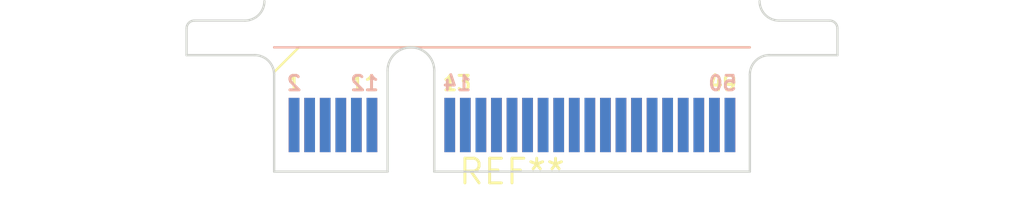
<source format=kicad_pcb>
(kicad_pcb (version 20240108) (generator pcbnew)
  (layers (0 "F.Cu" signal) (31 "B.Cu" signal) (34 "B.Paste" user) (35 "F.Paste" user) (36 "B.SilkS" user "B.Silkscreen") (37 "F.SilkS" user "F.Silkscreen") (38 "B.Mask" user) (39 "F.Mask" user) (44 "Edge.Cuts" user))
  (net 0 "")
  (footprint "Samtec_HSEC8-125-X-X-DV-BL_2x25_P0.8mm_Edge" (layer "F.Cu") (at 0 0)
    (property "Reference" "REF**")
    (property "Value" "Samtec_HSEC8-125-X-X-DV-BL_2x25_P0.8mm_Edge")
    (fp_line (start -12.225 -6.4) (end -12.225 -6.4) (layer "B.SilkS") (stroke (width 0.12)))
    (fp_line (start -12.225 -6.4) (end 12.225 -6.4) (layer "B.SilkS") (stroke (width 0.12)))
    (fp_line (start -12.225 -5.13) (end -10.955 -6.4) (layer "F.SilkS") (stroke (width 0.12)))
    (fp_line (start -10.955 -6.4) (end 12.225 -6.4) (layer "F.SilkS") (stroke (width 0.12)))
    (fp_line (start -16.725 -6) (end -16.725 -7.38) (layer "Edge.Cuts") (stroke (width 0.12)))
    (fp_line (start -16.325 -7.78) (end -13.725 -7.78) (layer "Edge.Cuts") (stroke (width 0.12)))
    (fp_line (start -13.225 -6) (end -16.725 -6) (layer "Edge.Cuts") (stroke (width 0.12)))
    (fp_line (start -12.225 -5) (end -12.225 0) (layer "Edge.Cuts") (stroke (width 0.12)))
    (fp_line (start -12.225 0) (end -6.395 0) (layer "Edge.Cuts") (stroke (width 0.12)))
    (fp_line (start -6.395 0) (end -6.395 -5.2) (layer "Edge.Cuts") (stroke (width 0.12)))
    (fp_line (start -3.995 -5.2) (end -3.995 0) (layer "Edge.Cuts") (stroke (width 0.12)))
    (fp_line (start -3.995 0) (end 12.225 0) (layer "Edge.Cuts") (stroke (width 0.12)))
    (fp_line (start 12.225 0) (end 12.225 -5) (layer "Edge.Cuts") (stroke (width 0.12)))
    (fp_line (start 13.225 -6) (end 16.725 -6) (layer "Edge.Cuts") (stroke (width 0.12)))
    (fp_line (start 16.325 -7.78) (end 13.725 -7.78) (layer "Edge.Cuts") (stroke (width 0.12)))
    (fp_line (start 16.725 -6) (end 16.725 -7.38) (layer "Edge.Cuts") (stroke (width 0.12)))
    (fp_arc (start -16.725 -7.38) (mid -16.607843 -7.662843) (end -16.325 -7.78) (layer "Edge.Cuts") (stroke (width 0.12)))
    (fp_arc (start -13.225 -6) (mid -12.517893 -5.707107) (end -12.225 -5) (layer "Edge.Cuts") (stroke (width 0.12)))
    (fp_arc (start -12.725 -8.78) (mid -13.017893 -8.072893) (end -13.725 -7.78) (layer "Edge.Cuts") (stroke (width 0.12)))
    (fp_arc (start -6.395 -5.2) (mid -5.195 -6.4) (end -3.995 -5.2) (layer "Edge.Cuts") (stroke (width 0.12)))
    (fp_arc (start 12.225 -5) (mid 12.517893 -5.707107) (end 13.225 -6) (layer "Edge.Cuts") (stroke (width 0.12)))
    (fp_arc (start 13.725 -7.78) (mid 13.017893 -8.072893) (end 12.725 -8.78) (layer "Edge.Cuts") (stroke (width 0.12)))
    (fp_arc (start 16.325 -7.78) (mid 16.607843 -7.662843) (end 16.725 -7.38) (layer "Edge.Cuts") (stroke (width 0.12)))
    (fp_text user "50" (at 10.825 -4.55 0) (layer "B.SilkS") (effects (font (size 0.75 0.75)) (justify mirror)))
    (fp_text user "14" (at -2.825 -4.55 0) (layer "B.SilkS") (effects (font (size 0.75 0.75)) (justify mirror)))
    (fp_text user "2" (at -11.2 -4.55 0) (layer "B.SilkS") (effects (font (size 0.75 0.75)) (justify mirror)))
    (fp_text user "12" (at -7.575 -4.55 0) (layer "B.SilkS") (effects (font (size 0.75 0.75)) (justify mirror)))
    (fp_text user "49" (at 10.825 -4.55 0) (layer "F.SilkS") (effects (font (size 0.75 0.75))))
    (fp_text user "13" (at -2.825 -4.55 0) (layer "F.SilkS") (effects (font (size 0.75 0.75))))
    (fp_text user "11" (at -7.575 -4.55 0) (layer "F.SilkS") (effects (font (size 0.75 0.75))))
    (fp_text user "1" (at -11.2 -4.55 0) (layer "F.SilkS") (effects (font (size 0.75 0.75))))
    (pad "1" connect rect (at -11.2 -2.4) (size 0.55 2.8) (layers "F.Cu" "F.Mask"))
    (pad "2" connect rect (at -11.2 -2.4) (size 0.55 2.8) (layers "B.Cu" "B.Mask"))
    (pad "3" connect rect (at -10.4 -2.4) (size 0.55 2.8) (layers "F.Cu" "F.Mask"))
    (pad "4" connect rect (at -10.4 -2.4) (size 0.55 2.8) (layers "B.Cu" "B.Mask"))
    (pad "5" connect rect (at -9.6 -2.4) (size 0.55 2.8) (layers "F.Cu" "F.Mask"))
    (pad "6" connect rect (at -9.6 -2.4) (size 0.55 2.8) (layers "B.Cu" "B.Mask"))
    (pad "7" connect rect (at -8.8 -2.4) (size 0.55 2.8) (layers "F.Cu" "F.Mask"))
    (pad "8" connect rect (at -8.8 -2.4) (size 0.55 2.8) (layers "B.Cu" "B.Mask"))
    (pad "9" connect rect (at -8 -2.4) (size 0.55 2.8) (layers "F.Cu" "F.Mask"))
    (pad "10" connect rect (at -8 -2.4) (size 0.55 2.8) (layers "B.Cu" "B.Mask"))
    (pad "11" connect rect (at -7.2 -2.4) (size 0.55 2.8) (layers "F.Cu" "F.Mask"))
    (pad "12" connect rect (at -7.2 -2.4) (size 0.55 2.8) (layers "B.Cu" "B.Mask"))
    (pad "13" connect rect (at -3.2 -2.4) (size 0.55 2.8) (layers "F.Cu" "F.Mask"))
    (pad "14" connect rect (at -3.2 -2.4) (size 0.55 2.8) (layers "B.Cu" "B.Mask"))
    (pad "15" connect rect (at -2.4 -2.4) (size 0.55 2.8) (layers "F.Cu" "F.Mask"))
    (pad "16" connect rect (at -2.4 -2.4) (size 0.55 2.8) (layers "B.Cu" "B.Mask"))
    (pad "17" connect rect (at -1.6 -2.4) (size 0.55 2.8) (layers "F.Cu" "F.Mask"))
    (pad "18" connect rect (at -1.6 -2.4) (size 0.55 2.8) (layers "B.Cu" "B.Mask"))
    (pad "19" connect rect (at -0.8 -2.4) (size 0.55 2.8) (layers "F.Cu" "F.Mask"))
    (pad "20" connect rect (at -0.8 -2.4) (size 0.55 2.8) (layers "B.Cu" "B.Mask"))
    (pad "21" connect rect (at 0 -2.4) (size 0.55 2.8) (layers "F.Cu" "F.Mask"))
    (pad "22" connect rect (at 0 -2.4) (size 0.55 2.8) (layers "B.Cu" "B.Mask"))
    (pad "23" connect rect (at 0.8 -2.4) (size 0.55 2.8) (layers "F.Cu" "F.Mask"))
    (pad "24" connect rect (at 0.8 -2.4) (size 0.55 2.8) (layers "B.Cu" "B.Mask"))
    (pad "25" connect rect (at 1.6 -2.4) (size 0.55 2.8) (layers "F.Cu" "F.Mask"))
    (pad "26" connect rect (at 1.6 -2.4) (size 0.55 2.8) (layers "B.Cu" "B.Mask"))
    (pad "27" connect rect (at 2.4 -2.4) (size 0.55 2.8) (layers "F.Cu" "F.Mask"))
    (pad "28" connect rect (at 2.4 -2.4) (size 0.55 2.8) (layers "B.Cu" "B.Mask"))
    (pad "29" connect rect (at 3.2 -2.4) (size 0.55 2.8) (layers "F.Cu" "F.Mask"))
    (pad "30" connect rect (at 3.2 -2.4) (size 0.55 2.8) (layers "B.Cu" "B.Mask"))
    (pad "31" connect rect (at 4 -2.4) (size 0.55 2.8) (layers "F.Cu" "F.Mask"))
    (pad "32" connect rect (at 4 -2.4) (size 0.55 2.8) (layers "B.Cu" "B.Mask"))
    (pad "33" connect rect (at 4.8 -2.4) (size 0.55 2.8) (layers "F.Cu" "F.Mask"))
    (pad "34" connect rect (at 4.8 -2.4) (size 0.55 2.8) (layers "B.Cu" "B.Mask"))
    (pad "35" connect rect (at 5.6 -2.4) (size 0.55 2.8) (layers "F.Cu" "F.Mask"))
    (pad "36" connect rect (at 5.6 -2.4) (size 0.55 2.8) (layers "B.Cu" "B.Mask"))
    (pad "37" connect rect (at 6.4 -2.4) (size 0.55 2.8) (layers "F.Cu" "F.Mask"))
    (pad "38" connect rect (at 6.4 -2.4) (size 0.55 2.8) (layers "B.Cu" "B.Mask"))
    (pad "39" connect rect (at 7.2 -2.4) (size 0.55 2.8) (layers "F.Cu" "F.Mask"))
    (pad "40" connect rect (at 7.2 -2.4) (size 0.55 2.8) (layers "B.Cu" "B.Mask"))
    (pad "41" connect rect (at 8 -2.4) (size 0.55 2.8) (layers "F.Cu" "F.Mask"))
    (pad "42" connect rect (at 8 -2.4) (size 0.55 2.8) (layers "B.Cu" "B.Mask"))
    (pad "43" connect rect (at 8.8 -2.4) (size 0.55 2.8) (layers "F.Cu" "F.Mask"))
    (pad "44" connect rect (at 8.8 -2.4) (size 0.55 2.8) (layers "B.Cu" "B.Mask"))
    (pad "45" connect rect (at 9.6 -2.4) (size 0.55 2.8) (layers "F.Cu" "F.Mask"))
    (pad "46" connect rect (at 9.6 -2.4) (size 0.55 2.8) (layers "B.Cu" "B.Mask"))
    (pad "47" connect rect (at 10.4 -2.4) (size 0.55 2.8) (layers "F.Cu" "F.Mask"))
    (pad "48" connect rect (at 10.4 -2.4) (size 0.55 2.8) (layers "B.Cu" "B.Mask"))
    (pad "49" connect rect (at 11.2 -2.4) (size 0.55 2.8) (layers "F.Cu" "F.Mask"))
    (pad "50" connect rect (at 11.2 -2.4) (size 0.55 2.8) (layers "B.Cu" "B.Mask"))
  )
)
</source>
